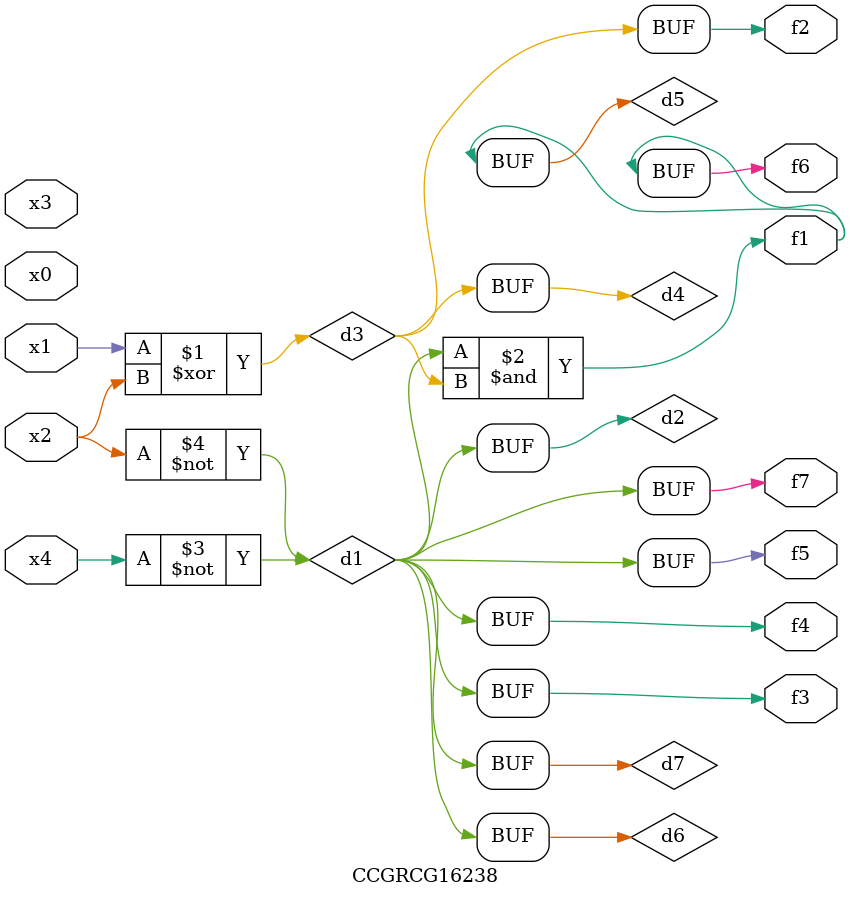
<source format=v>
module CCGRCG16238(
	input x0, x1, x2, x3, x4,
	output f1, f2, f3, f4, f5, f6, f7
);

	wire d1, d2, d3, d4, d5, d6, d7;

	not (d1, x4);
	not (d2, x2);
	xor (d3, x1, x2);
	buf (d4, d3);
	and (d5, d1, d3);
	buf (d6, d1, d2);
	buf (d7, d2);
	assign f1 = d5;
	assign f2 = d4;
	assign f3 = d7;
	assign f4 = d7;
	assign f5 = d7;
	assign f6 = d5;
	assign f7 = d7;
endmodule

</source>
